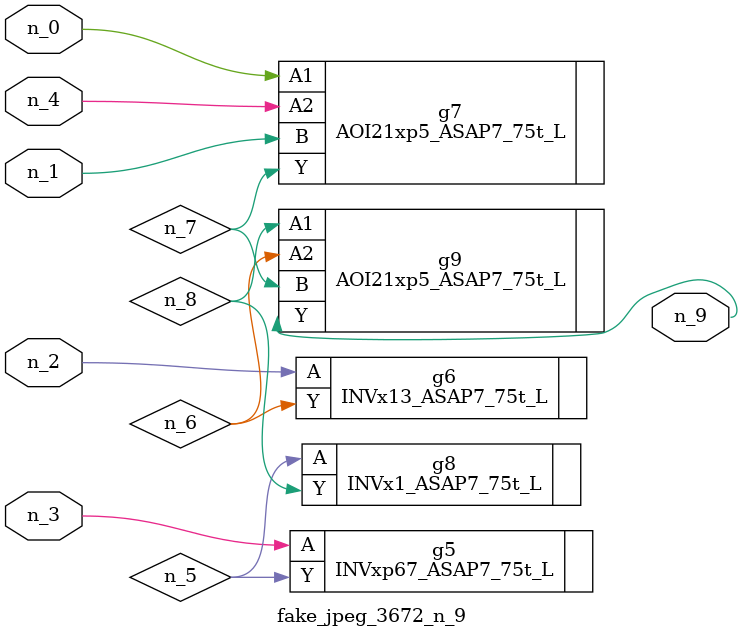
<source format=v>
module fake_jpeg_3672_n_9 (n_3, n_2, n_1, n_0, n_4, n_9);

input n_3;
input n_2;
input n_1;
input n_0;
input n_4;

output n_9;

wire n_8;
wire n_6;
wire n_5;
wire n_7;

INVxp67_ASAP7_75t_L g5 ( 
.A(n_3),
.Y(n_5)
);

INVx13_ASAP7_75t_L g6 ( 
.A(n_2),
.Y(n_6)
);

AOI21xp5_ASAP7_75t_L g7 ( 
.A1(n_0),
.A2(n_4),
.B(n_1),
.Y(n_7)
);

INVx1_ASAP7_75t_L g8 ( 
.A(n_5),
.Y(n_8)
);

AOI21xp5_ASAP7_75t_L g9 ( 
.A1(n_8),
.A2(n_6),
.B(n_7),
.Y(n_9)
);


endmodule
</source>
